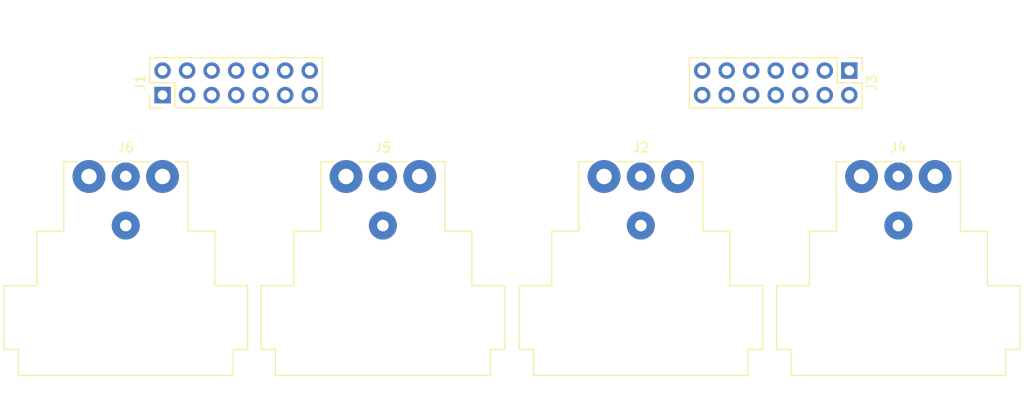
<source format=kicad_pcb>
(kicad_pcb (version 20241229) (generator "pcbnew") (generator_version "9.0")
  (layers (0 "F.Cu" signal) (2 "B.Cu" signal) (13 "F.Paste" user) (15 "B.Paste" user) (5 "F.SilkS" user "F.Silkscreen") (7 "B.SilkS" user "B.Silkscreen") (1 "F.Mask" user) (3 "B.Mask" user) (25 "Edge.Cuts" user))
  (net 0 "")
  (net 1 "/GND_Board")
  (net 2 "/GND_DMX_C")
  (net 3 "/TXD_D")
  (net 4 "/RXD_D")
  (net 5 "/B-_C")
  (net 6 "/VCC")
  (net 7 "/GND_DMX_D")
  (net 8 "/A+_D")
  (net 9 "/B-_D")
  (net 10 "/RXD_C")
  (net 11 "/A+_C")
  (net 12 "/TXD_C")
  (net 13 "/GND_DMX_A")
  (net 14 "/B-_A")
  (net 15 "/A+_A")
  (net 16 "/A+_B")
  (net 17 "/RXD_A")
  (net 18 "/TXD_A")
  (net 19 "/RXD_B")
  (net 20 "/TXD_B")
  (net 21 "/GND_DMX_B")
  (net 22 "/B-_B")
  (footprint "Connector_PinHeader_2.54mm:PinHeader_2x07_P2.54mm_Vertical" (layer "F.Cu") (at 158.115 113.03 -90)
    (property "Reference" "J3" (at 1.27 -2.33 90) (layer "F.SilkS"))
    (property "Value" "Conn_02x07_Odd_Even")
    (fp_line (start -1.33 16.57) (end 3.87 16.57) (stroke (width 0.12)) (layer "F.SilkS"))
    (fp_line (start -1.33 1.27) (end -1.33 16.57) (stroke (width 0.12)) (layer "F.SilkS"))
    (fp_line (start -1.33 1.27) (end 1.27 1.27) (stroke (width 0.12)) (layer "F.SilkS"))
    (fp_line (start 1.27 1.27) (end 1.27 -1.33) (stroke (width 0.12)) (layer "F.SilkS"))
    (fp_line (start -1.33 0) (end -1.33 -1.33) (stroke (width 0.12)) (layer "F.SilkS"))
    (fp_line (start -1.33 -1.33) (end 0 -1.33) (stroke (width 0.12)) (layer "F.SilkS"))
    (fp_line (start 1.27 -1.33) (end 3.87 -1.33) (stroke (width 0.12)) (layer "F.SilkS"))
    (fp_line (start 3.87 -1.33) (end 3.87 16.57) (stroke (width 0.12)) (layer "F.SilkS"))
    (pad "1" thru_hole rect (at 0 0 270) (size 1.7 1.7) (drill 1) (layers "*.Cu" "*.Mask") (net 6 "/VCC"))
    (pad "2" thru_hole oval (at 2.54 0 270) (size 1.7 1.7) (drill 1) (layers "*.Cu" "*.Mask") (net 1 "/GND_Board"))
    (pad "3" thru_hole oval (at 0 2.54 270) (size 1.7 1.7) (drill 1) (layers "*.Cu" "*.Mask") (net 18 "/TXD_A"))
    (pad "4" thru_hole oval (at 2.54 2.54 270) (size 1.7 1.7) (drill 1) (layers "*.Cu" "*.Mask") (net 19 "/RXD_B"))
    (pad "5" thru_hole oval (at 0 5.08 270) (size 1.7 1.7) (drill 1) (layers "*.Cu" "*.Mask") (net 17 "/RXD_A"))
    (pad "6" thru_hole oval (at 2.54 5.08 270) (size 1.7 1.7) (drill 1) (layers "*.Cu" "*.Mask") (net 20 "/TXD_B"))
    (pad "7" thru_hole oval (at 0 7.62 270) (size 1.7 1.7) (drill 1) (layers "*.Cu" "*.Mask") (net 1 "/GND_Board"))
    (pad "8" thru_hole oval (at 2.54 7.62 270) (size 1.7 1.7) (drill 1) (layers "*.Cu" "*.Mask") (net 6 "/VCC"))
    (pad "9" thru_hole oval (at 0 10.16 270) (size 1.7 1.7) (drill 1) (layers "*.Cu" "*.Mask") (net 13 "/GND_DMX_A"))
    (pad "10" thru_hole oval (at 2.54 10.16 270) (size 1.7 1.7) (drill 1) (layers "*.Cu" "*.Mask") (net 16 "/A+_B"))
    (pad "11" thru_hole oval (at 0 12.7 270) (size 1.7 1.7) (drill 1) (layers "*.Cu" "*.Mask") (net 14 "/B-_A"))
    (pad "12" thru_hole oval (at 2.54 12.7 270) (size 1.7 1.7) (drill 1) (layers "*.Cu" "*.Mask") (net 22 "/B-_B"))
    (pad "13" thru_hole oval (at 0 15.24 270) (size 1.7 1.7) (drill 1) (layers "*.Cu" "*.Mask") (net 15 "/A+_A"))
    (pad "14" thru_hole oval (at 2.54 15.24 270) (size 1.7 1.7) (drill 1) (layers "*.Cu" "*.Mask") (net 21 "/GND_DMX_B"))
  )
  (footprint "Connector_PinHeader_2.54mm:PinHeader_2x07_P2.54mm_Vertical" (layer "F.Cu") (at 86.995 115.57 90)
    (property "Reference" "J1" (at 1.27 -2.33 90) (layer "F.SilkS"))
    (property "Value" "Conn_02x07_Odd_Even")
    (fp_line (start 3.87 -1.33) (end 3.87 16.57) (stroke (width 0.12)) (layer "F.SilkS"))
    (fp_line (start 1.27 -1.33) (end 3.87 -1.33) (stroke (width 0.12)) (layer "F.SilkS"))
    (fp_line (start -1.33 -1.33) (end 0 -1.33) (stroke (width 0.12)) (layer "F.SilkS"))
    (fp_line (start -1.33 0) (end -1.33 -1.33) (stroke (width 0.12)) (layer "F.SilkS"))
    (fp_line (start 1.27 1.27) (end 1.27 -1.33) (stroke (width 0.12)) (layer "F.SilkS"))
    (fp_line (start -1.33 1.27) (end 1.27 1.27) (stroke (width 0.12)) (layer "F.SilkS"))
    (fp_line (start -1.33 1.27) (end -1.33 16.57) (stroke (width 0.12)) (layer "F.SilkS"))
    (fp_line (start -1.33 16.57) (end 3.87 16.57) (stroke (width 0.12)) (layer "F.SilkS"))
    (pad "1" thru_hole rect (at 0 0 90) (size 1.7 1.7) (drill 1) (layers "*.Cu" "*.Mask") (net 6 "/VCC"))
    (pad "2" thru_hole oval (at 2.54 0 90) (size 1.7 1.7) (drill 1) (layers "*.Cu" "*.Mask") (net 1 "/GND_Board"))
    (pad "3" thru_hole oval (at 0 2.54 90) (size 1.7 1.7) (drill 1) (layers "*.Cu" "*.Mask") (net 12 "/TXD_C"))
    (pad "4" thru_hole oval (at 2.54 2.54 90) (size 1.7 1.7) (drill 1) (layers "*.Cu" "*.Mask") (net 4 "/RXD_D"))
    (pad "5" thru_hole oval (at 0 5.08 90) (size 1.7 1.7) (drill 1) (layers "*.Cu" "*.Mask") (net 10 "/RXD_C"))
    (pad "6" thru_hole oval (at 2.54 5.08 90) (size 1.7 1.7) (drill 1) (layers "*.Cu" "*.Mask") (net 3 "/TXD_D"))
    (pad "7" thru_hole oval (at 0 7.62 90) (size 1.7 1.7) (drill 1) (layers "*.Cu" "*.Mask") (net 1 "/GND_Board"))
    (pad "8" thru_hole oval (at 2.54 7.62 90) (size 1.7 1.7) (drill 1) (layers "*.Cu" "*.Mask") (net 6 "/VCC"))
    (pad "9" thru_hole oval (at 0 10.16 90) (size 1.7 1.7) (drill 1) (layers "*.Cu" "*.Mask") (net 2 "/GND_DMX_C"))
    (pad "10" thru_hole oval (at 2.54 10.16 90) (size 1.7 1.7) (drill 1) (layers "*.Cu" "*.Mask") (net 8 "/A+_D"))
    (pad "11" thru_hole oval (at 0 12.7 90) (size 1.7 1.7) (drill 1) (layers "*.Cu" "*.Mask") (net 5 "/B-_C"))
    (pad "12" thru_hole oval (at 2.54 12.7 90) (size 1.7 1.7) (drill 1) (layers "*.Cu" "*.Mask") (net 9 "/B-_D"))
    (pad "13" thru_hole oval (at 0 15.24 90) (size 1.7 1.7) (drill 1) (layers "*.Cu" "*.Mask") (net 11 "/A+_C"))
    (pad "14" thru_hole oval (at 2.54 15.24 90) (size 1.7 1.7) (drill 1) (layers "*.Cu" "*.Mask") (net 7 "/GND_DMX_D"))
  )
  (footprint "Connector_Audio:Jack_XLR_Neutrik_NC3MBH_Horizontal" (layer "F.Cu") (at 132.715 124)
    (property "Reference" "J2" (at 3.81 -3 0) (layer "F.SilkS"))
    (property "Value" "NC3FAH2")
    (fp_line (start -8.81 11.31) (end -5.41 11.31) (stroke (width 0.12)) (layer "F.SilkS"))
    (fp_line (start -8.81 17.9) (end -8.81 11.31) (stroke (width 0.12)) (layer "F.SilkS"))
    (fp_line (start -7.31 17.9) (end -8.81 17.9) (stroke (width 0.12)) (layer "F.SilkS"))
    (fp_line (start -7.31 17.9) (end -7.31 20.6) (stroke (width 0.12)) (layer "F.SilkS"))
    (fp_line (start -5.41 11.31) (end -5.41 5.66) (stroke (width 0.12)) (layer "F.SilkS"))
    (fp_line (start -2.61 5.66) (end -5.41 5.66) (stroke (width 0.12)) (layer "F.SilkS"))
    (fp_line (start -2.61 5.66) (end -2.61 -1.54) (stroke (width 0.12)) (layer "F.SilkS"))
    (fp_line (start -1.19 -1.54) (end -2.61 -1.54) (stroke (width 0.12)) (layer "F.SilkS"))
    (fp_line (start 3.11 -1.54) (end 1.21 -1.54) (stroke (width 0.12)) (layer "F.SilkS"))
    (fp_line (start 4.51 -1.54) (end 6.41 -1.54) (stroke (width 0.12)) (layer "F.SilkS"))
    (fp_line (start 10.23 -1.54) (end 8.81 -1.54) (stroke (width 0.12)) (layer "F.SilkS"))
    (fp_line (start 10.23 5.66) (end 10.23 -1.54) (stroke (width 0.12)) (layer "F.SilkS"))
    (fp_line (start 10.23 5.66) (end 13.03 5.66) (stroke (width 0.12)) (layer "F.SilkS"))
    (fp_line (start 13.03 11.31) (end 13.03 5.66) (stroke (width 0.12)) (layer "F.SilkS"))
    (fp_line (start 13.03 11.31) (end 16.43 11.31) (stroke (width 0.12)) (layer "F.SilkS"))
    (fp_line (start 14.93 17.9) (end 14.93 20.6) (stroke (width 0.12)) (layer "F.SilkS"))
    (fp_line (start 14.93 20.6) (end -7.31 20.6) (stroke (width 0.12)) (layer "F.SilkS"))
    (fp_line (start 16.43 17.9) (end 14.93 17.9) (stroke (width 0.12)) (layer "F.SilkS"))
    (fp_line (start 16.43 17.9) (end 16.43 11.31) (stroke (width 0.12)) (layer "F.SilkS"))
    (pad "" np_thru_hole circle (at 0 8.89) (size 1.6 1.6) (drill 1.6) (layers "*.Cu" "*.Mask"))
    (pad "" np_thru_hole circle (at 7.62 13.97) (size 1.6 1.6) (drill 1.6) (layers "*.Cu" "*.Mask"))
    (pad "1" thru_hole circle (at 0 0) (size 3.4 3.4) (drill 1.6) (layers "*.Cu" "*.Mask") (net 13 "/GND_DMX_A"))
    (pad "2" thru_hole circle (at 7.62 0) (size 3.4 3.4) (drill 1.6) (layers "*.Cu" "*.Mask") (net 14 "/B-_A"))
    (pad "3" thru_hole circle (at 3.81 0) (size 2.9 2.9) (drill 1.2) (layers "*.Cu" "*.Mask") (net 15 "/A+_A"))
    (pad "G" thru_hole circle (at 3.81 5.08) (size 2.9 2.9) (drill 1.2) (layers "*.Cu" "*.Mask") (net 13 "/GND_DMX_A"))
  )
  (footprint "Connector_Audio:Jack_XLR_Neutrik_NC3MBH_Horizontal" (layer "F.Cu") (at 106 124)
    (property "Reference" "J5" (at 3.81 -3 0) (layer "F.SilkS"))
    (property "Value" "NC3FAH2")
    (fp_line (start -8.81 11.31) (end -5.41 11.31) (stroke (width 0.12)) (layer "F.SilkS"))
    (fp_line (start -8.81 17.9) (end -8.81 11.31) (stroke (width 0.12)) (layer "F.SilkS"))
    (fp_line (start -7.31 17.9) (end -8.81 17.9) (stroke (width 0.12)) (layer "F.SilkS"))
    (fp_line (start -7.31 17.9) (end -7.31 20.6) (stroke (width 0.12)) (layer "F.SilkS"))
    (fp_line (start -5.41 11.31) (end -5.41 5.66) (stroke (width 0.12)) (layer "F.SilkS"))
    (fp_line (start -2.61 5.66) (end -5.41 5.66) (stroke (width 0.12)) (layer "F.SilkS"))
    (fp_line (start -2.61 5.66) (end -2.61 -1.54) (stroke (width 0.12)) (layer "F.SilkS"))
    (fp_line (start -1.19 -1.54) (end -2.61 -1.54) (stroke (width 0.12)) (layer "F.SilkS"))
    (fp_line (start 3.11 -1.54) (end 1.21 -1.54) (stroke (width 0.12)) (layer "F.SilkS"))
    (fp_line (start 4.51 -1.54) (end 6.41 -1.54) (stroke (width 0.12)) (layer "F.SilkS"))
    (fp_line (start 10.23 -1.54) (end 8.81 -1.54) (stroke (width 0.12)) (layer "F.SilkS"))
    (fp_line (start 10.23 5.66) (end 10.23 -1.54) (stroke (width 0.12)) (layer "F.SilkS"))
    (fp_line (start 10.23 5.66) (end 13.03 5.66) (stroke (width 0.12)) (layer "F.SilkS"))
    (fp_line (start 13.03 11.31) (end 13.03 5.66) (stroke (width 0.12)) (layer "F.SilkS"))
    (fp_line (start 13.03 11.31) (end 16.43 11.31) (stroke (width 0.12)) (layer "F.SilkS"))
    (fp_line (start 14.93 17.9) (end 14.93 20.6) (stroke (width 0.12)) (layer "F.SilkS"))
    (fp_line (start 14.93 20.6) (end -7.31 20.6) (stroke (width 0.12)) (layer "F.SilkS"))
    (fp_line (start 16.43 17.9) (end 14.93 17.9) (stroke (width 0.12)) (layer "F.SilkS"))
    (fp_line (start 16.43 17.9) (end 16.43 11.31) (stroke (width 0.12)) (layer "F.SilkS"))
    (pad "" np_thru_hole circle (at 0 8.89) (size 1.6 1.6) (drill 1.6) (layers "*.Cu" "*.Mask"))
    (pad "" np_thru_hole circle (at 7.62 13.97) (size 1.6 1.6) (drill 1.6) (layers "*.Cu" "*.Mask"))
    (pad "1" thru_hole circle (at 0 0) (size 3.4 3.4) (drill 1.6) (layers "*.Cu" "*.Mask") (net 2 "/GND_DMX_C"))
    (pad "2" thru_hole circle (at 7.62 0) (size 3.4 3.4) (drill 1.6) (layers "*.Cu" "*.Mask") (net 5 "/B-_C"))
    (pad "3" thru_hole circle (at 3.81 0) (size 2.9 2.9) (drill 1.2) (layers "*.Cu" "*.Mask") (net 11 "/A+_C"))
    (pad "G" thru_hole circle (at 3.81 5.08) (size 2.9 2.9) (drill 1.2) (layers "*.Cu" "*.Mask") (net 2 "/GND_DMX_C"))
  )
  (footprint "Connector_Audio:Jack_XLR_Neutrik_NC3MBH_Horizontal" (layer "F.Cu") (at 79.375 124)
    (property "Reference" "J6" (at 3.81 -3 0) (layer "F.SilkS"))
    (property "Value" "NC3FAH2")
    (fp_line (start -8.81 11.31) (end -5.41 11.31) (stroke (width 0.12)) (layer "F.SilkS"))
    (fp_line (start -8.81 17.9) (end -8.81 11.31) (stroke (width 0.12)) (layer "F.SilkS"))
    (fp_line (start -7.31 17.9) (end -8.81 17.9) (stroke (width 0.12)) (layer "F.SilkS"))
    (fp_line (start -7.31 17.9) (end -7.31 20.6) (stroke (width 0.12)) (layer "F.SilkS"))
    (fp_line (start -5.41 11.31) (end -5.41 5.66) (stroke (width 0.12)) (layer "F.SilkS"))
    (fp_line (start -2.61 5.66) (end -5.41 5.66) (stroke (width 0.12)) (layer "F.SilkS"))
    (fp_line (start -2.61 5.66) (end -2.61 -1.54) (stroke (width 0.12)) (layer "F.SilkS"))
    (fp_line (start -1.19 -1.54) (end -2.61 -1.54) (stroke (width 0.12)) (layer "F.SilkS"))
    (fp_line (start 3.11 -1.54) (end 1.21 -1.54) (stroke (width 0.12)) (layer "F.SilkS"))
    (fp_line (start 4.51 -1.54) (end 6.41 -1.54) (stroke (width 0.12)) (layer "F.SilkS"))
    (fp_line (start 10.23 -1.54) (end 8.81 -1.54) (stroke (width 0.12)) (layer "F.SilkS"))
    (fp_line (start 10.23 5.66) (end 10.23 -1.54) (stroke (width 0.12)) (layer "F.SilkS"))
    (fp_line (start 10.23 5.66) (end 13.03 5.66) (stroke (width 0.12)) (layer "F.SilkS"))
    (fp_line (start 13.03 11.31) (end 13.03 5.66) (stroke (width 0.12)) (layer "F.SilkS"))
    (fp_line (start 13.03 11.31) (end 16.43 11.31) (stroke (width 0.12)) (layer "F.SilkS"))
    (fp_line (start 14.93 17.9) (end 14.93 20.6) (stroke (width 0.12)) (layer "F.SilkS"))
    (fp_line (start 14.93 20.6) (end -7.31 20.6) (stroke (width 0.12)) (layer "F.SilkS"))
    (fp_line (start 16.43 17.9) (end 14.93 17.9) (stroke (width 0.12)) (layer "F.SilkS"))
    (fp_line (start 16.43 17.9) (end 16.43 11.31) (stroke (width 0.12)) (layer "F.SilkS"))
    (pad "" np_thru_hole circle (at 0 8.89) (size 1.6 1.6) (drill 1.6) (layers "*.Cu" "*.Mask"))
    (pad "" np_thru_hole circle (at 7.62 13.97) (size 1.6 1.6) (drill 1.6) (layers "*.Cu" "*.Mask"))
    (pad "1" thru_hole circle (at 0 0) (size 3.4 3.4) (drill 1.6) (layers "*.Cu" "*.Mask") (net 7 "/GND_DMX_D"))
    (pad "2" thru_hole circle (at 7.62 0) (size 3.4 3.4) (drill 1.6) (layers "*.Cu" "*.Mask") (net 9 "/B-_D"))
    (pad "3" thru_hole circle (at 3.81 0) (size 2.9 2.9) (drill 1.2) (layers "*.Cu" "*.Mask") (net 8 "/A+_D"))
    (pad "G" thru_hole circle (at 3.81 5.08) (size 2.9 2.9) (drill 1.2) (layers "*.Cu" "*.Mask") (net 7 "/GND_DMX_D"))
  )
  (footprint "Connector_Audio:Jack_XLR_Neutrik_NC3MBH_Horizontal" (layer "F.Cu") (at 159.385 124)
    (property "Reference" "J4" (at 3.81 -3 0) (layer "F.SilkS"))
    (property "Value" "NC3FAH2")
    (fp_line (start -8.81 11.31) (end -5.41 11.31) (stroke (width 0.12)) (layer "F.SilkS"))
    (fp_line (start -8.81 17.9) (end -8.81 11.31) (stroke (width 0.12)) (layer "F.SilkS"))
    (fp_line (start -7.31 17.9) (end -8.81 17.9) (stroke (width 0.12)) (layer "F.SilkS"))
    (fp_line (start -7.31 17.9) (end -7.31 20.6) (stroke (width 0.12)) (layer "F.SilkS"))
    (fp_line (start -5.41 11.31) (end -5.41 5.66) (stroke (width 0.12)) (layer "F.SilkS"))
    (fp_line (start -2.61 5.66) (end -5.41 5.66) (stroke (width 0.12)) (layer "F.SilkS"))
    (fp_line (start -2.61 5.66) (end -2.61 -1.54) (stroke (width 0.12)) (layer "F.SilkS"))
    (fp_line (start -1.19 -1.54) (end -2.61 -1.54) (stroke (width 0.12)) (layer "F.SilkS"))
    (fp_line (start 3.11 -1.54) (end 1.21 -1.54) (stroke (width 0.12)) (layer "F.SilkS"))
    (fp_line (start 4.51 -1.54) (end 6.41 -1.54) (stroke (width 0.12)) (layer "F.SilkS"))
    (fp_line (start 10.23 -1.54) (end 8.81 -1.54) (stroke (width 0.12)) (layer "F.SilkS"))
    (fp_line (start 10.23 5.66) (end 10.23 -1.54) (stroke (width 0.12)) (layer "F.SilkS"))
    (fp_line (start 10.23 5.66) (end 13.03 5.66) (stroke (width 0.12)) (layer "F.SilkS"))
    (fp_line (start 13.03 11.31) (end 13.03 5.66) (stroke (width 0.12)) (layer "F.SilkS"))
    (fp_line (start 13.03 11.31) (end 16.43 11.31) (stroke (width 0.12)) (layer "F.SilkS"))
    (fp_line (start 14.93 17.9) (end 14.93 20.6) (stroke (width 0.12)) (layer "F.SilkS"))
    (fp_line (start 14.93 20.6) (end -7.31 20.6) (stroke (width 0.12)) (layer "F.SilkS"))
    (fp_line (start 16.43 17.9) (end 14.93 17.9) (stroke (width 0.12)) (layer "F.SilkS"))
    (fp_line (start 16.43 17.9) (end 16.43 11.31) (stroke (width 0.12)) (layer "F.SilkS"))
    (pad "" np_thru_hole circle (at 0 8.89) (size 1.6 1.6) (drill 1.6) (layers "*.Cu" "*.Mask"))
    (pad "" np_thru_hole circle (at 7.62 13.97) (size 1.6 1.6) (drill 1.6) (layers "*.Cu" "*.Mask"))
    (pad "1" thru_hole circle (at 0 0) (size 3.4 3.4) (drill 1.6) (layers "*.Cu" "*.Mask") (net 21 "/GND_DMX_B"))
    (pad "2" thru_hole circle (at 7.62 0) (size 3.4 3.4) (drill 1.6) (layers "*.Cu" "*.Mask") (net 22 "/B-_B"))
    (pad "3" thru_hole circle (at 3.81 0) (size 2.9 2.9) (drill 1.2) (layers "*.Cu" "*.Mask") (net 16 "/A+_B"))
    (pad "G" thru_hole circle (at 3.81 5.08) (size 2.9 2.9) (drill 1.2) (layers "*.Cu" "*.Mask") (net 21 "/GND_DMX_B"))
  )
)
</source>
